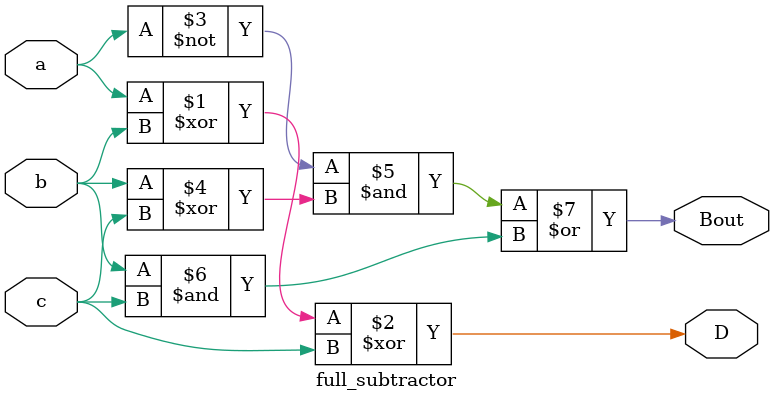
<source format=v>
`timescale 1ns / 1ps


module full_subtractor(a, b, c, D, Bout);
input a, b, c;
output D, Bout;
assign D = a ^ b ^ c ;
assign Bout = ~a & (b^c) | b & c;
endmodule

</source>
